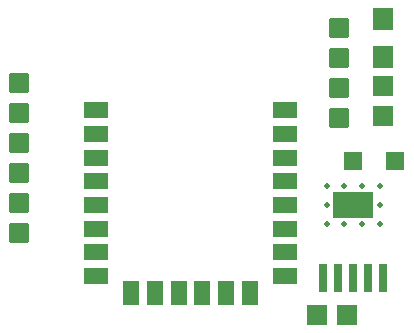
<source format=gts>
G04 Layer: TopSolderMaskLayer*
G04 EasyEDA v6.5.47, 2024-10-08 22:28:42*
G04 1ebfd5db29c148b9bf331c51237545a2,bd0a3265f8cf4f36a4e098e39f96ef10,10*
G04 Gerber Generator version 0.2*
G04 Scale: 100 percent, Rotated: No, Reflected: No *
G04 Dimensions in millimeters *
G04 leading zeros omitted , absolute positions ,4 integer and 5 decimal *
%FSLAX45Y45*%
%MOMM*%

%AMMACRO1*4,1,8,-0.7711,-0.8009,-0.8009,-0.7709,-0.8009,0.7711,-0.7711,0.8009,0.7709,0.8009,0.8009,0.7711,0.8009,-0.7709,0.7709,-0.8009,-0.7711,-0.8009,0*%
%AMMACRO2*4,1,8,-0.771,-0.8009,-0.8007,-0.7709,-0.8007,0.7711,-0.771,0.8009,0.7708,0.8009,0.8007,0.7711,0.8007,-0.7709,0.7708,-0.8009,-0.771,-0.8009,0*%
%AMMACRO3*4,1,8,-0.7831,-0.8128,-0.8128,-0.7828,-0.8128,0.7831,-0.7831,0.8128,0.7828,0.8128,0.8128,0.7831,0.8128,-0.7828,0.7828,-0.8128,-0.7831,-0.8128,0*%
%AMMACRO4*4,1,8,-1.0208,-0.65,-1.05,-0.6205,-1.05,0.6208,-1.0208,0.65,1.0206,0.65,1.05,0.6208,1.05,-0.6205,1.0206,-0.65,-1.0208,-0.65,0*%
%AMMACRO5*4,1,8,-0.6208,-1.05,-0.65,-1.0206,-0.65,1.0208,-0.6208,1.05,0.6205,1.05,0.65,1.0208,0.65,-1.0206,0.6205,-1.05,-0.6208,-1.05,0*%
%AMMACRO6*4,1,8,-0.8212,-0.9508,-0.8509,-0.9209,-0.8509,0.9211,-0.8212,0.9508,0.8209,0.9508,0.8509,0.9211,0.8509,-0.9209,0.8209,-0.9508,-0.8212,-0.9508,0*%
%AMMACRO7*4,1,8,-0.7911,-0.8208,-0.8208,-0.7908,-0.8208,0.7911,-0.7911,0.8208,0.7908,0.8208,0.8208,0.7911,0.8208,-0.7908,0.7908,-0.8208,-0.7911,-0.8208,0*%
%AMMACRO8*4,1,8,-0.3292,-1.1702,-0.3701,-1.129,-0.3701,1.1293,-0.3292,1.1702,0.3289,1.1702,0.3701,1.1293,0.3701,-1.129,0.3289,-1.1702,-0.3292,-1.1702,0*%
%ADD10MACRO1*%
%ADD11MACRO2*%
%ADD12MACRO3*%
%ADD13MACRO4*%
%ADD14MACRO5*%
%ADD15MACRO6*%
%ADD16MACRO7*%
%ADD17R,3.5000X2.2000*%
%ADD18MACRO8*%
%ADD19C,0.5000*%

%LPD*%
D10*
G01*
X4584700Y1536700D03*
D11*
G01*
X4934699Y1536700D03*
D12*
G01*
X4464100Y1899996D03*
G01*
X4464100Y2153996D03*
G01*
X4464100Y2407996D03*
G01*
X4464100Y2661996D03*
D13*
G01*
X2406802Y1963800D03*
G01*
X2406802Y1763801D03*
G01*
X2406802Y1563801D03*
G01*
X2406802Y1363802D03*
G01*
X2406802Y1163802D03*
G01*
X2406802Y963802D03*
G01*
X2406802Y763803D03*
G01*
X2406802Y563803D03*
D14*
G01*
X2706801Y413791D03*
G01*
X2906801Y413791D03*
G01*
X3106801Y413791D03*
G01*
X3306800Y413791D03*
G01*
X3506800Y413791D03*
G01*
X3706799Y413791D03*
D13*
G01*
X4006799Y563803D03*
G01*
X4006799Y763803D03*
G01*
X4006799Y963802D03*
G01*
X4006799Y1163802D03*
G01*
X4006799Y1363802D03*
G01*
X4006799Y1563801D03*
G01*
X4006799Y1763801D03*
G01*
X4006799Y1963800D03*
D15*
G01*
X4837099Y2415908D03*
G01*
X4837099Y2735897D03*
D12*
G01*
X1759000Y2192096D03*
G01*
X1759000Y1938096D03*
G01*
X1759000Y1684096D03*
G01*
X1759000Y1430096D03*
G01*
X1759000Y1176096D03*
G01*
X1759000Y922096D03*
D16*
G01*
X4279912Y228587D03*
G01*
X4533912Y228587D03*
G01*
X4838712Y2171687D03*
G01*
X4838712Y1917687D03*
D17*
G01*
X4584700Y1166088D03*
D18*
G01*
X4838700Y546100D03*
G01*
X4711700Y546100D03*
G01*
X4584700Y546100D03*
G01*
X4457700Y546100D03*
G01*
X4330700Y546100D03*
D19*
G01*
X4809693Y1326108D03*
G01*
X4809693Y1166088D03*
G01*
X4809693Y1006094D03*
G01*
X4659706Y1326108D03*
G01*
X4509693Y1326108D03*
G01*
X4359706Y1326108D03*
G01*
X4359706Y1166088D03*
G01*
X4359706Y1006094D03*
G01*
X4509693Y1006094D03*
G01*
X4659706Y1006094D03*
M02*

</source>
